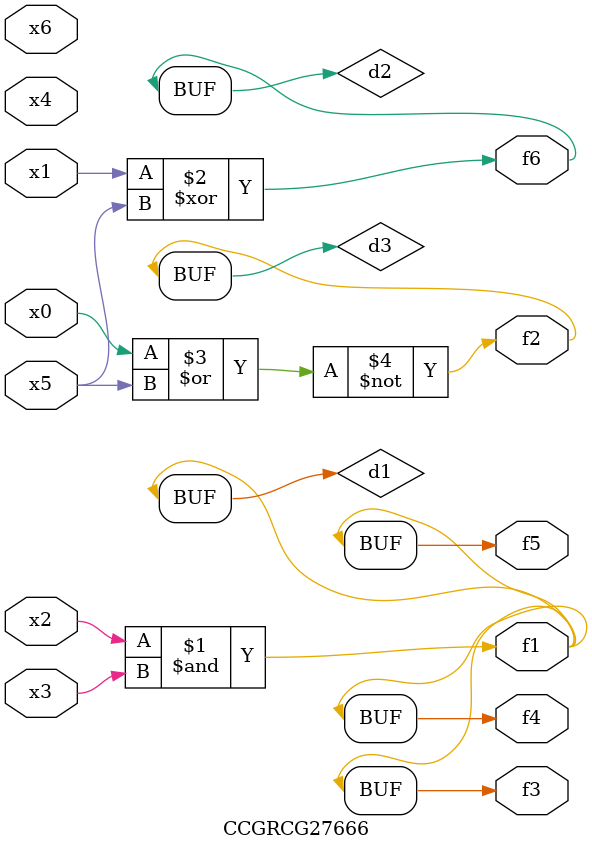
<source format=v>
module CCGRCG27666(
	input x0, x1, x2, x3, x4, x5, x6,
	output f1, f2, f3, f4, f5, f6
);

	wire d1, d2, d3;

	and (d1, x2, x3);
	xor (d2, x1, x5);
	nor (d3, x0, x5);
	assign f1 = d1;
	assign f2 = d3;
	assign f3 = d1;
	assign f4 = d1;
	assign f5 = d1;
	assign f6 = d2;
endmodule

</source>
